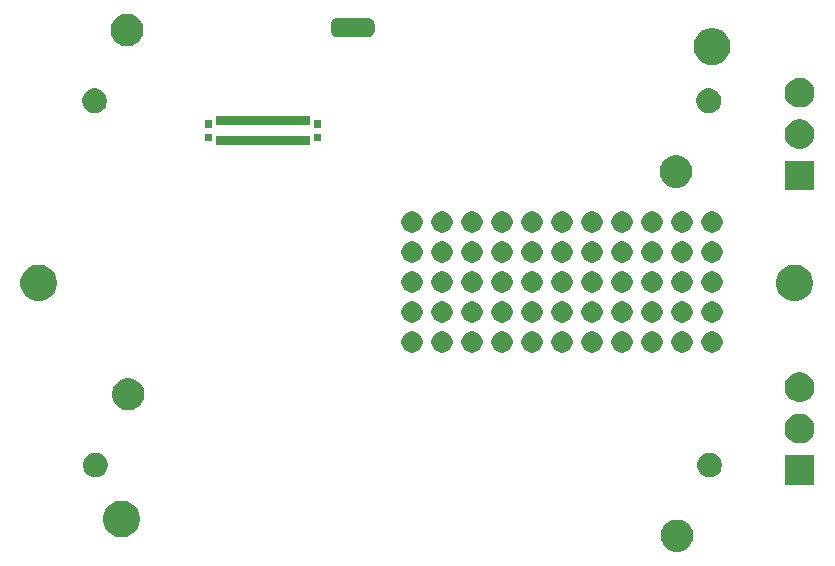
<source format=gbr>
G04 #@! TF.GenerationSoftware,KiCad,Pcbnew,5.1.5-52549c5~86~ubuntu18.04.1*
G04 #@! TF.CreationDate,2020-11-21T17:19:21-05:00*
G04 #@! TF.ProjectId,RAK4631_LORA_ADAPTABLE_NODE,52414b34-3633-4315-9f4c-4f52415f4144,rev?*
G04 #@! TF.SameCoordinates,Original*
G04 #@! TF.FileFunction,Soldermask,Bot*
G04 #@! TF.FilePolarity,Negative*
%FSLAX46Y46*%
G04 Gerber Fmt 4.6, Leading zero omitted, Abs format (unit mm)*
G04 Created by KiCad (PCBNEW 5.1.5-52549c5~86~ubuntu18.04.1) date 2020-11-21 17:19:21*
%MOMM*%
%LPD*%
G04 APERTURE LIST*
%ADD10C,0.100000*%
G04 APERTURE END LIST*
D10*
G36*
X159712724Y-144546497D02*
G01*
X159939906Y-144591686D01*
X160189412Y-144695035D01*
X160413962Y-144845075D01*
X160604925Y-145036038D01*
X160754965Y-145260588D01*
X160858314Y-145510094D01*
X160911000Y-145774968D01*
X160911000Y-146045032D01*
X160858314Y-146309906D01*
X160754965Y-146559412D01*
X160604925Y-146783962D01*
X160413962Y-146974925D01*
X160189412Y-147124965D01*
X159939906Y-147228314D01*
X159712724Y-147273503D01*
X159675033Y-147281000D01*
X159404967Y-147281000D01*
X159367276Y-147273503D01*
X159140094Y-147228314D01*
X158890588Y-147124965D01*
X158666038Y-146974925D01*
X158475075Y-146783962D01*
X158325035Y-146559412D01*
X158221686Y-146309906D01*
X158169000Y-146045032D01*
X158169000Y-145774968D01*
X158221686Y-145510094D01*
X158325035Y-145260588D01*
X158475075Y-145036038D01*
X158666038Y-144845075D01*
X158890588Y-144695035D01*
X159140094Y-144591686D01*
X159367276Y-144546497D01*
X159404967Y-144539000D01*
X159675033Y-144539000D01*
X159712724Y-144546497D01*
G37*
G36*
X112802585Y-142978802D02*
G01*
X112952410Y-143008604D01*
X113234674Y-143125521D01*
X113488705Y-143295259D01*
X113704741Y-143511295D01*
X113874479Y-143765326D01*
X113991396Y-144047590D01*
X114051000Y-144347240D01*
X114051000Y-144652760D01*
X113991396Y-144952410D01*
X113874479Y-145234674D01*
X113704741Y-145488705D01*
X113488705Y-145704741D01*
X113234674Y-145874479D01*
X112952410Y-145991396D01*
X112802585Y-146021198D01*
X112652761Y-146051000D01*
X112347239Y-146051000D01*
X112197415Y-146021198D01*
X112047590Y-145991396D01*
X111765326Y-145874479D01*
X111511295Y-145704741D01*
X111295259Y-145488705D01*
X111125521Y-145234674D01*
X111008604Y-144952410D01*
X110949000Y-144652760D01*
X110949000Y-144347240D01*
X111008604Y-144047590D01*
X111125521Y-143765326D01*
X111295259Y-143511295D01*
X111511295Y-143295259D01*
X111765326Y-143125521D01*
X112047590Y-143008604D01*
X112197415Y-142978802D01*
X112347239Y-142949000D01*
X112652761Y-142949000D01*
X112802585Y-142978802D01*
G37*
G36*
X171161000Y-141586000D02*
G01*
X168659000Y-141586000D01*
X168659000Y-139084000D01*
X171161000Y-139084000D01*
X171161000Y-141586000D01*
G37*
G36*
X162596564Y-138904389D02*
G01*
X162787833Y-138983615D01*
X162787835Y-138983616D01*
X162938070Y-139084000D01*
X162959973Y-139098635D01*
X163106365Y-139245027D01*
X163221385Y-139417167D01*
X163300611Y-139608436D01*
X163341000Y-139811484D01*
X163341000Y-140018516D01*
X163300611Y-140221564D01*
X163221385Y-140412833D01*
X163221384Y-140412835D01*
X163106365Y-140584973D01*
X162959973Y-140731365D01*
X162787835Y-140846384D01*
X162787834Y-140846385D01*
X162787833Y-140846385D01*
X162596564Y-140925611D01*
X162393516Y-140966000D01*
X162186484Y-140966000D01*
X161983436Y-140925611D01*
X161792167Y-140846385D01*
X161792166Y-140846385D01*
X161792165Y-140846384D01*
X161620027Y-140731365D01*
X161473635Y-140584973D01*
X161358616Y-140412835D01*
X161358615Y-140412833D01*
X161279389Y-140221564D01*
X161239000Y-140018516D01*
X161239000Y-139811484D01*
X161279389Y-139608436D01*
X161358615Y-139417167D01*
X161473635Y-139245027D01*
X161620027Y-139098635D01*
X161641930Y-139084000D01*
X161792165Y-138983616D01*
X161792167Y-138983615D01*
X161983436Y-138904389D01*
X162186484Y-138864000D01*
X162393516Y-138864000D01*
X162596564Y-138904389D01*
G37*
G36*
X110606564Y-138904389D02*
G01*
X110797833Y-138983615D01*
X110797835Y-138983616D01*
X110948070Y-139084000D01*
X110969973Y-139098635D01*
X111116365Y-139245027D01*
X111231385Y-139417167D01*
X111310611Y-139608436D01*
X111351000Y-139811484D01*
X111351000Y-140018516D01*
X111310611Y-140221564D01*
X111231385Y-140412833D01*
X111231384Y-140412835D01*
X111116365Y-140584973D01*
X110969973Y-140731365D01*
X110797835Y-140846384D01*
X110797834Y-140846385D01*
X110797833Y-140846385D01*
X110606564Y-140925611D01*
X110403516Y-140966000D01*
X110196484Y-140966000D01*
X109993436Y-140925611D01*
X109802167Y-140846385D01*
X109802166Y-140846385D01*
X109802165Y-140846384D01*
X109630027Y-140731365D01*
X109483635Y-140584973D01*
X109368616Y-140412835D01*
X109368615Y-140412833D01*
X109289389Y-140221564D01*
X109249000Y-140018516D01*
X109249000Y-139811484D01*
X109289389Y-139608436D01*
X109368615Y-139417167D01*
X109483635Y-139245027D01*
X109630027Y-139098635D01*
X109651930Y-139084000D01*
X109802165Y-138983616D01*
X109802167Y-138983615D01*
X109993436Y-138904389D01*
X110196484Y-138864000D01*
X110403516Y-138864000D01*
X110606564Y-138904389D01*
G37*
G36*
X170274903Y-135632075D02*
G01*
X170502571Y-135726378D01*
X170707466Y-135863285D01*
X170881715Y-136037534D01*
X171018622Y-136242429D01*
X171112925Y-136470097D01*
X171161000Y-136711787D01*
X171161000Y-136958213D01*
X171112925Y-137199903D01*
X171018622Y-137427571D01*
X170881715Y-137632466D01*
X170707466Y-137806715D01*
X170502571Y-137943622D01*
X170502570Y-137943623D01*
X170502569Y-137943623D01*
X170274903Y-138037925D01*
X170033214Y-138086000D01*
X169786786Y-138086000D01*
X169545097Y-138037925D01*
X169317431Y-137943623D01*
X169317430Y-137943623D01*
X169317429Y-137943622D01*
X169112534Y-137806715D01*
X168938285Y-137632466D01*
X168801378Y-137427571D01*
X168707075Y-137199903D01*
X168659000Y-136958213D01*
X168659000Y-136711787D01*
X168707075Y-136470097D01*
X168801378Y-136242429D01*
X168938285Y-136037534D01*
X169112534Y-135863285D01*
X169317429Y-135726378D01*
X169545097Y-135632075D01*
X169786786Y-135584000D01*
X170033214Y-135584000D01*
X170274903Y-135632075D01*
G37*
G36*
X113232724Y-132556497D02*
G01*
X113459906Y-132601686D01*
X113709412Y-132705035D01*
X113933962Y-132855075D01*
X114124925Y-133046038D01*
X114274965Y-133270588D01*
X114378314Y-133520094D01*
X114431000Y-133784968D01*
X114431000Y-134055032D01*
X114378314Y-134319906D01*
X114274965Y-134569412D01*
X114124925Y-134793962D01*
X113933962Y-134984925D01*
X113709412Y-135134965D01*
X113459906Y-135238314D01*
X113232724Y-135283503D01*
X113195033Y-135291000D01*
X112924967Y-135291000D01*
X112887276Y-135283503D01*
X112660094Y-135238314D01*
X112410588Y-135134965D01*
X112186038Y-134984925D01*
X111995075Y-134793962D01*
X111845035Y-134569412D01*
X111741686Y-134319906D01*
X111689000Y-134055032D01*
X111689000Y-133784968D01*
X111741686Y-133520094D01*
X111845035Y-133270588D01*
X111995075Y-133046038D01*
X112186038Y-132855075D01*
X112410588Y-132705035D01*
X112660094Y-132601686D01*
X112887276Y-132556497D01*
X112924967Y-132549000D01*
X113195033Y-132549000D01*
X113232724Y-132556497D01*
G37*
G36*
X170274903Y-132132075D02*
G01*
X170502571Y-132226378D01*
X170707466Y-132363285D01*
X170881715Y-132537534D01*
X170993636Y-132705035D01*
X171018623Y-132742431D01*
X171112925Y-132970097D01*
X171161000Y-133211787D01*
X171161000Y-133458213D01*
X171112925Y-133699903D01*
X171018622Y-133927571D01*
X170881715Y-134132466D01*
X170707466Y-134306715D01*
X170502571Y-134443622D01*
X170502570Y-134443623D01*
X170502569Y-134443623D01*
X170274903Y-134537925D01*
X170033214Y-134586000D01*
X169786786Y-134586000D01*
X169545097Y-134537925D01*
X169317431Y-134443623D01*
X169317430Y-134443623D01*
X169317429Y-134443622D01*
X169112534Y-134306715D01*
X168938285Y-134132466D01*
X168801378Y-133927571D01*
X168707075Y-133699903D01*
X168659000Y-133458213D01*
X168659000Y-133211787D01*
X168707075Y-132970097D01*
X168801377Y-132742431D01*
X168826364Y-132705035D01*
X168938285Y-132537534D01*
X169112534Y-132363285D01*
X169317429Y-132226378D01*
X169545097Y-132132075D01*
X169786786Y-132084000D01*
X170033214Y-132084000D01*
X170274903Y-132132075D01*
G37*
G36*
X162608512Y-128608927D02*
G01*
X162757812Y-128638624D01*
X162921784Y-128706544D01*
X163069354Y-128805147D01*
X163194853Y-128930646D01*
X163293456Y-129078216D01*
X163361376Y-129242188D01*
X163396000Y-129416259D01*
X163396000Y-129593741D01*
X163361376Y-129767812D01*
X163293456Y-129931784D01*
X163194853Y-130079354D01*
X163069354Y-130204853D01*
X162921784Y-130303456D01*
X162757812Y-130371376D01*
X162608512Y-130401073D01*
X162583742Y-130406000D01*
X162406258Y-130406000D01*
X162381488Y-130401073D01*
X162232188Y-130371376D01*
X162068216Y-130303456D01*
X161920646Y-130204853D01*
X161795147Y-130079354D01*
X161696544Y-129931784D01*
X161628624Y-129767812D01*
X161594000Y-129593741D01*
X161594000Y-129416259D01*
X161628624Y-129242188D01*
X161696544Y-129078216D01*
X161795147Y-128930646D01*
X161920646Y-128805147D01*
X162068216Y-128706544D01*
X162232188Y-128638624D01*
X162381488Y-128608927D01*
X162406258Y-128604000D01*
X162583742Y-128604000D01*
X162608512Y-128608927D01*
G37*
G36*
X160068512Y-128608927D02*
G01*
X160217812Y-128638624D01*
X160381784Y-128706544D01*
X160529354Y-128805147D01*
X160654853Y-128930646D01*
X160753456Y-129078216D01*
X160821376Y-129242188D01*
X160856000Y-129416259D01*
X160856000Y-129593741D01*
X160821376Y-129767812D01*
X160753456Y-129931784D01*
X160654853Y-130079354D01*
X160529354Y-130204853D01*
X160381784Y-130303456D01*
X160217812Y-130371376D01*
X160068512Y-130401073D01*
X160043742Y-130406000D01*
X159866258Y-130406000D01*
X159841488Y-130401073D01*
X159692188Y-130371376D01*
X159528216Y-130303456D01*
X159380646Y-130204853D01*
X159255147Y-130079354D01*
X159156544Y-129931784D01*
X159088624Y-129767812D01*
X159054000Y-129593741D01*
X159054000Y-129416259D01*
X159088624Y-129242188D01*
X159156544Y-129078216D01*
X159255147Y-128930646D01*
X159380646Y-128805147D01*
X159528216Y-128706544D01*
X159692188Y-128638624D01*
X159841488Y-128608927D01*
X159866258Y-128604000D01*
X160043742Y-128604000D01*
X160068512Y-128608927D01*
G37*
G36*
X147368512Y-128608927D02*
G01*
X147517812Y-128638624D01*
X147681784Y-128706544D01*
X147829354Y-128805147D01*
X147954853Y-128930646D01*
X148053456Y-129078216D01*
X148121376Y-129242188D01*
X148156000Y-129416259D01*
X148156000Y-129593741D01*
X148121376Y-129767812D01*
X148053456Y-129931784D01*
X147954853Y-130079354D01*
X147829354Y-130204853D01*
X147681784Y-130303456D01*
X147517812Y-130371376D01*
X147368512Y-130401073D01*
X147343742Y-130406000D01*
X147166258Y-130406000D01*
X147141488Y-130401073D01*
X146992188Y-130371376D01*
X146828216Y-130303456D01*
X146680646Y-130204853D01*
X146555147Y-130079354D01*
X146456544Y-129931784D01*
X146388624Y-129767812D01*
X146354000Y-129593741D01*
X146354000Y-129416259D01*
X146388624Y-129242188D01*
X146456544Y-129078216D01*
X146555147Y-128930646D01*
X146680646Y-128805147D01*
X146828216Y-128706544D01*
X146992188Y-128638624D01*
X147141488Y-128608927D01*
X147166258Y-128604000D01*
X147343742Y-128604000D01*
X147368512Y-128608927D01*
G37*
G36*
X157528512Y-128608927D02*
G01*
X157677812Y-128638624D01*
X157841784Y-128706544D01*
X157989354Y-128805147D01*
X158114853Y-128930646D01*
X158213456Y-129078216D01*
X158281376Y-129242188D01*
X158316000Y-129416259D01*
X158316000Y-129593741D01*
X158281376Y-129767812D01*
X158213456Y-129931784D01*
X158114853Y-130079354D01*
X157989354Y-130204853D01*
X157841784Y-130303456D01*
X157677812Y-130371376D01*
X157528512Y-130401073D01*
X157503742Y-130406000D01*
X157326258Y-130406000D01*
X157301488Y-130401073D01*
X157152188Y-130371376D01*
X156988216Y-130303456D01*
X156840646Y-130204853D01*
X156715147Y-130079354D01*
X156616544Y-129931784D01*
X156548624Y-129767812D01*
X156514000Y-129593741D01*
X156514000Y-129416259D01*
X156548624Y-129242188D01*
X156616544Y-129078216D01*
X156715147Y-128930646D01*
X156840646Y-128805147D01*
X156988216Y-128706544D01*
X157152188Y-128638624D01*
X157301488Y-128608927D01*
X157326258Y-128604000D01*
X157503742Y-128604000D01*
X157528512Y-128608927D01*
G37*
G36*
X154988512Y-128608927D02*
G01*
X155137812Y-128638624D01*
X155301784Y-128706544D01*
X155449354Y-128805147D01*
X155574853Y-128930646D01*
X155673456Y-129078216D01*
X155741376Y-129242188D01*
X155776000Y-129416259D01*
X155776000Y-129593741D01*
X155741376Y-129767812D01*
X155673456Y-129931784D01*
X155574853Y-130079354D01*
X155449354Y-130204853D01*
X155301784Y-130303456D01*
X155137812Y-130371376D01*
X154988512Y-130401073D01*
X154963742Y-130406000D01*
X154786258Y-130406000D01*
X154761488Y-130401073D01*
X154612188Y-130371376D01*
X154448216Y-130303456D01*
X154300646Y-130204853D01*
X154175147Y-130079354D01*
X154076544Y-129931784D01*
X154008624Y-129767812D01*
X153974000Y-129593741D01*
X153974000Y-129416259D01*
X154008624Y-129242188D01*
X154076544Y-129078216D01*
X154175147Y-128930646D01*
X154300646Y-128805147D01*
X154448216Y-128706544D01*
X154612188Y-128638624D01*
X154761488Y-128608927D01*
X154786258Y-128604000D01*
X154963742Y-128604000D01*
X154988512Y-128608927D01*
G37*
G36*
X142288512Y-128608927D02*
G01*
X142437812Y-128638624D01*
X142601784Y-128706544D01*
X142749354Y-128805147D01*
X142874853Y-128930646D01*
X142973456Y-129078216D01*
X143041376Y-129242188D01*
X143076000Y-129416259D01*
X143076000Y-129593741D01*
X143041376Y-129767812D01*
X142973456Y-129931784D01*
X142874853Y-130079354D01*
X142749354Y-130204853D01*
X142601784Y-130303456D01*
X142437812Y-130371376D01*
X142288512Y-130401073D01*
X142263742Y-130406000D01*
X142086258Y-130406000D01*
X142061488Y-130401073D01*
X141912188Y-130371376D01*
X141748216Y-130303456D01*
X141600646Y-130204853D01*
X141475147Y-130079354D01*
X141376544Y-129931784D01*
X141308624Y-129767812D01*
X141274000Y-129593741D01*
X141274000Y-129416259D01*
X141308624Y-129242188D01*
X141376544Y-129078216D01*
X141475147Y-128930646D01*
X141600646Y-128805147D01*
X141748216Y-128706544D01*
X141912188Y-128638624D01*
X142061488Y-128608927D01*
X142086258Y-128604000D01*
X142263742Y-128604000D01*
X142288512Y-128608927D01*
G37*
G36*
X139748512Y-128608927D02*
G01*
X139897812Y-128638624D01*
X140061784Y-128706544D01*
X140209354Y-128805147D01*
X140334853Y-128930646D01*
X140433456Y-129078216D01*
X140501376Y-129242188D01*
X140536000Y-129416259D01*
X140536000Y-129593741D01*
X140501376Y-129767812D01*
X140433456Y-129931784D01*
X140334853Y-130079354D01*
X140209354Y-130204853D01*
X140061784Y-130303456D01*
X139897812Y-130371376D01*
X139748512Y-130401073D01*
X139723742Y-130406000D01*
X139546258Y-130406000D01*
X139521488Y-130401073D01*
X139372188Y-130371376D01*
X139208216Y-130303456D01*
X139060646Y-130204853D01*
X138935147Y-130079354D01*
X138836544Y-129931784D01*
X138768624Y-129767812D01*
X138734000Y-129593741D01*
X138734000Y-129416259D01*
X138768624Y-129242188D01*
X138836544Y-129078216D01*
X138935147Y-128930646D01*
X139060646Y-128805147D01*
X139208216Y-128706544D01*
X139372188Y-128638624D01*
X139521488Y-128608927D01*
X139546258Y-128604000D01*
X139723742Y-128604000D01*
X139748512Y-128608927D01*
G37*
G36*
X137208512Y-128608927D02*
G01*
X137357812Y-128638624D01*
X137521784Y-128706544D01*
X137669354Y-128805147D01*
X137794853Y-128930646D01*
X137893456Y-129078216D01*
X137961376Y-129242188D01*
X137996000Y-129416259D01*
X137996000Y-129593741D01*
X137961376Y-129767812D01*
X137893456Y-129931784D01*
X137794853Y-130079354D01*
X137669354Y-130204853D01*
X137521784Y-130303456D01*
X137357812Y-130371376D01*
X137208512Y-130401073D01*
X137183742Y-130406000D01*
X137006258Y-130406000D01*
X136981488Y-130401073D01*
X136832188Y-130371376D01*
X136668216Y-130303456D01*
X136520646Y-130204853D01*
X136395147Y-130079354D01*
X136296544Y-129931784D01*
X136228624Y-129767812D01*
X136194000Y-129593741D01*
X136194000Y-129416259D01*
X136228624Y-129242188D01*
X136296544Y-129078216D01*
X136395147Y-128930646D01*
X136520646Y-128805147D01*
X136668216Y-128706544D01*
X136832188Y-128638624D01*
X136981488Y-128608927D01*
X137006258Y-128604000D01*
X137183742Y-128604000D01*
X137208512Y-128608927D01*
G37*
G36*
X152448512Y-128608927D02*
G01*
X152597812Y-128638624D01*
X152761784Y-128706544D01*
X152909354Y-128805147D01*
X153034853Y-128930646D01*
X153133456Y-129078216D01*
X153201376Y-129242188D01*
X153236000Y-129416259D01*
X153236000Y-129593741D01*
X153201376Y-129767812D01*
X153133456Y-129931784D01*
X153034853Y-130079354D01*
X152909354Y-130204853D01*
X152761784Y-130303456D01*
X152597812Y-130371376D01*
X152448512Y-130401073D01*
X152423742Y-130406000D01*
X152246258Y-130406000D01*
X152221488Y-130401073D01*
X152072188Y-130371376D01*
X151908216Y-130303456D01*
X151760646Y-130204853D01*
X151635147Y-130079354D01*
X151536544Y-129931784D01*
X151468624Y-129767812D01*
X151434000Y-129593741D01*
X151434000Y-129416259D01*
X151468624Y-129242188D01*
X151536544Y-129078216D01*
X151635147Y-128930646D01*
X151760646Y-128805147D01*
X151908216Y-128706544D01*
X152072188Y-128638624D01*
X152221488Y-128608927D01*
X152246258Y-128604000D01*
X152423742Y-128604000D01*
X152448512Y-128608927D01*
G37*
G36*
X149908512Y-128608927D02*
G01*
X150057812Y-128638624D01*
X150221784Y-128706544D01*
X150369354Y-128805147D01*
X150494853Y-128930646D01*
X150593456Y-129078216D01*
X150661376Y-129242188D01*
X150696000Y-129416259D01*
X150696000Y-129593741D01*
X150661376Y-129767812D01*
X150593456Y-129931784D01*
X150494853Y-130079354D01*
X150369354Y-130204853D01*
X150221784Y-130303456D01*
X150057812Y-130371376D01*
X149908512Y-130401073D01*
X149883742Y-130406000D01*
X149706258Y-130406000D01*
X149681488Y-130401073D01*
X149532188Y-130371376D01*
X149368216Y-130303456D01*
X149220646Y-130204853D01*
X149095147Y-130079354D01*
X148996544Y-129931784D01*
X148928624Y-129767812D01*
X148894000Y-129593741D01*
X148894000Y-129416259D01*
X148928624Y-129242188D01*
X148996544Y-129078216D01*
X149095147Y-128930646D01*
X149220646Y-128805147D01*
X149368216Y-128706544D01*
X149532188Y-128638624D01*
X149681488Y-128608927D01*
X149706258Y-128604000D01*
X149883742Y-128604000D01*
X149908512Y-128608927D01*
G37*
G36*
X144828512Y-128608927D02*
G01*
X144977812Y-128638624D01*
X145141784Y-128706544D01*
X145289354Y-128805147D01*
X145414853Y-128930646D01*
X145513456Y-129078216D01*
X145581376Y-129242188D01*
X145616000Y-129416259D01*
X145616000Y-129593741D01*
X145581376Y-129767812D01*
X145513456Y-129931784D01*
X145414853Y-130079354D01*
X145289354Y-130204853D01*
X145141784Y-130303456D01*
X144977812Y-130371376D01*
X144828512Y-130401073D01*
X144803742Y-130406000D01*
X144626258Y-130406000D01*
X144601488Y-130401073D01*
X144452188Y-130371376D01*
X144288216Y-130303456D01*
X144140646Y-130204853D01*
X144015147Y-130079354D01*
X143916544Y-129931784D01*
X143848624Y-129767812D01*
X143814000Y-129593741D01*
X143814000Y-129416259D01*
X143848624Y-129242188D01*
X143916544Y-129078216D01*
X144015147Y-128930646D01*
X144140646Y-128805147D01*
X144288216Y-128706544D01*
X144452188Y-128638624D01*
X144601488Y-128608927D01*
X144626258Y-128604000D01*
X144803742Y-128604000D01*
X144828512Y-128608927D01*
G37*
G36*
X147368512Y-126068927D02*
G01*
X147517812Y-126098624D01*
X147681784Y-126166544D01*
X147829354Y-126265147D01*
X147954853Y-126390646D01*
X148053456Y-126538216D01*
X148121376Y-126702188D01*
X148156000Y-126876259D01*
X148156000Y-127053741D01*
X148121376Y-127227812D01*
X148053456Y-127391784D01*
X147954853Y-127539354D01*
X147829354Y-127664853D01*
X147681784Y-127763456D01*
X147517812Y-127831376D01*
X147368512Y-127861073D01*
X147343742Y-127866000D01*
X147166258Y-127866000D01*
X147141488Y-127861073D01*
X146992188Y-127831376D01*
X146828216Y-127763456D01*
X146680646Y-127664853D01*
X146555147Y-127539354D01*
X146456544Y-127391784D01*
X146388624Y-127227812D01*
X146354000Y-127053741D01*
X146354000Y-126876259D01*
X146388624Y-126702188D01*
X146456544Y-126538216D01*
X146555147Y-126390646D01*
X146680646Y-126265147D01*
X146828216Y-126166544D01*
X146992188Y-126098624D01*
X147141488Y-126068927D01*
X147166258Y-126064000D01*
X147343742Y-126064000D01*
X147368512Y-126068927D01*
G37*
G36*
X162608512Y-126068927D02*
G01*
X162757812Y-126098624D01*
X162921784Y-126166544D01*
X163069354Y-126265147D01*
X163194853Y-126390646D01*
X163293456Y-126538216D01*
X163361376Y-126702188D01*
X163396000Y-126876259D01*
X163396000Y-127053741D01*
X163361376Y-127227812D01*
X163293456Y-127391784D01*
X163194853Y-127539354D01*
X163069354Y-127664853D01*
X162921784Y-127763456D01*
X162757812Y-127831376D01*
X162608512Y-127861073D01*
X162583742Y-127866000D01*
X162406258Y-127866000D01*
X162381488Y-127861073D01*
X162232188Y-127831376D01*
X162068216Y-127763456D01*
X161920646Y-127664853D01*
X161795147Y-127539354D01*
X161696544Y-127391784D01*
X161628624Y-127227812D01*
X161594000Y-127053741D01*
X161594000Y-126876259D01*
X161628624Y-126702188D01*
X161696544Y-126538216D01*
X161795147Y-126390646D01*
X161920646Y-126265147D01*
X162068216Y-126166544D01*
X162232188Y-126098624D01*
X162381488Y-126068927D01*
X162406258Y-126064000D01*
X162583742Y-126064000D01*
X162608512Y-126068927D01*
G37*
G36*
X137208512Y-126068927D02*
G01*
X137357812Y-126098624D01*
X137521784Y-126166544D01*
X137669354Y-126265147D01*
X137794853Y-126390646D01*
X137893456Y-126538216D01*
X137961376Y-126702188D01*
X137996000Y-126876259D01*
X137996000Y-127053741D01*
X137961376Y-127227812D01*
X137893456Y-127391784D01*
X137794853Y-127539354D01*
X137669354Y-127664853D01*
X137521784Y-127763456D01*
X137357812Y-127831376D01*
X137208512Y-127861073D01*
X137183742Y-127866000D01*
X137006258Y-127866000D01*
X136981488Y-127861073D01*
X136832188Y-127831376D01*
X136668216Y-127763456D01*
X136520646Y-127664853D01*
X136395147Y-127539354D01*
X136296544Y-127391784D01*
X136228624Y-127227812D01*
X136194000Y-127053741D01*
X136194000Y-126876259D01*
X136228624Y-126702188D01*
X136296544Y-126538216D01*
X136395147Y-126390646D01*
X136520646Y-126265147D01*
X136668216Y-126166544D01*
X136832188Y-126098624D01*
X136981488Y-126068927D01*
X137006258Y-126064000D01*
X137183742Y-126064000D01*
X137208512Y-126068927D01*
G37*
G36*
X142288512Y-126068927D02*
G01*
X142437812Y-126098624D01*
X142601784Y-126166544D01*
X142749354Y-126265147D01*
X142874853Y-126390646D01*
X142973456Y-126538216D01*
X143041376Y-126702188D01*
X143076000Y-126876259D01*
X143076000Y-127053741D01*
X143041376Y-127227812D01*
X142973456Y-127391784D01*
X142874853Y-127539354D01*
X142749354Y-127664853D01*
X142601784Y-127763456D01*
X142437812Y-127831376D01*
X142288512Y-127861073D01*
X142263742Y-127866000D01*
X142086258Y-127866000D01*
X142061488Y-127861073D01*
X141912188Y-127831376D01*
X141748216Y-127763456D01*
X141600646Y-127664853D01*
X141475147Y-127539354D01*
X141376544Y-127391784D01*
X141308624Y-127227812D01*
X141274000Y-127053741D01*
X141274000Y-126876259D01*
X141308624Y-126702188D01*
X141376544Y-126538216D01*
X141475147Y-126390646D01*
X141600646Y-126265147D01*
X141748216Y-126166544D01*
X141912188Y-126098624D01*
X142061488Y-126068927D01*
X142086258Y-126064000D01*
X142263742Y-126064000D01*
X142288512Y-126068927D01*
G37*
G36*
X144828512Y-126068927D02*
G01*
X144977812Y-126098624D01*
X145141784Y-126166544D01*
X145289354Y-126265147D01*
X145414853Y-126390646D01*
X145513456Y-126538216D01*
X145581376Y-126702188D01*
X145616000Y-126876259D01*
X145616000Y-127053741D01*
X145581376Y-127227812D01*
X145513456Y-127391784D01*
X145414853Y-127539354D01*
X145289354Y-127664853D01*
X145141784Y-127763456D01*
X144977812Y-127831376D01*
X144828512Y-127861073D01*
X144803742Y-127866000D01*
X144626258Y-127866000D01*
X144601488Y-127861073D01*
X144452188Y-127831376D01*
X144288216Y-127763456D01*
X144140646Y-127664853D01*
X144015147Y-127539354D01*
X143916544Y-127391784D01*
X143848624Y-127227812D01*
X143814000Y-127053741D01*
X143814000Y-126876259D01*
X143848624Y-126702188D01*
X143916544Y-126538216D01*
X144015147Y-126390646D01*
X144140646Y-126265147D01*
X144288216Y-126166544D01*
X144452188Y-126098624D01*
X144601488Y-126068927D01*
X144626258Y-126064000D01*
X144803742Y-126064000D01*
X144828512Y-126068927D01*
G37*
G36*
X149908512Y-126068927D02*
G01*
X150057812Y-126098624D01*
X150221784Y-126166544D01*
X150369354Y-126265147D01*
X150494853Y-126390646D01*
X150593456Y-126538216D01*
X150661376Y-126702188D01*
X150696000Y-126876259D01*
X150696000Y-127053741D01*
X150661376Y-127227812D01*
X150593456Y-127391784D01*
X150494853Y-127539354D01*
X150369354Y-127664853D01*
X150221784Y-127763456D01*
X150057812Y-127831376D01*
X149908512Y-127861073D01*
X149883742Y-127866000D01*
X149706258Y-127866000D01*
X149681488Y-127861073D01*
X149532188Y-127831376D01*
X149368216Y-127763456D01*
X149220646Y-127664853D01*
X149095147Y-127539354D01*
X148996544Y-127391784D01*
X148928624Y-127227812D01*
X148894000Y-127053741D01*
X148894000Y-126876259D01*
X148928624Y-126702188D01*
X148996544Y-126538216D01*
X149095147Y-126390646D01*
X149220646Y-126265147D01*
X149368216Y-126166544D01*
X149532188Y-126098624D01*
X149681488Y-126068927D01*
X149706258Y-126064000D01*
X149883742Y-126064000D01*
X149908512Y-126068927D01*
G37*
G36*
X152448512Y-126068927D02*
G01*
X152597812Y-126098624D01*
X152761784Y-126166544D01*
X152909354Y-126265147D01*
X153034853Y-126390646D01*
X153133456Y-126538216D01*
X153201376Y-126702188D01*
X153236000Y-126876259D01*
X153236000Y-127053741D01*
X153201376Y-127227812D01*
X153133456Y-127391784D01*
X153034853Y-127539354D01*
X152909354Y-127664853D01*
X152761784Y-127763456D01*
X152597812Y-127831376D01*
X152448512Y-127861073D01*
X152423742Y-127866000D01*
X152246258Y-127866000D01*
X152221488Y-127861073D01*
X152072188Y-127831376D01*
X151908216Y-127763456D01*
X151760646Y-127664853D01*
X151635147Y-127539354D01*
X151536544Y-127391784D01*
X151468624Y-127227812D01*
X151434000Y-127053741D01*
X151434000Y-126876259D01*
X151468624Y-126702188D01*
X151536544Y-126538216D01*
X151635147Y-126390646D01*
X151760646Y-126265147D01*
X151908216Y-126166544D01*
X152072188Y-126098624D01*
X152221488Y-126068927D01*
X152246258Y-126064000D01*
X152423742Y-126064000D01*
X152448512Y-126068927D01*
G37*
G36*
X154988512Y-126068927D02*
G01*
X155137812Y-126098624D01*
X155301784Y-126166544D01*
X155449354Y-126265147D01*
X155574853Y-126390646D01*
X155673456Y-126538216D01*
X155741376Y-126702188D01*
X155776000Y-126876259D01*
X155776000Y-127053741D01*
X155741376Y-127227812D01*
X155673456Y-127391784D01*
X155574853Y-127539354D01*
X155449354Y-127664853D01*
X155301784Y-127763456D01*
X155137812Y-127831376D01*
X154988512Y-127861073D01*
X154963742Y-127866000D01*
X154786258Y-127866000D01*
X154761488Y-127861073D01*
X154612188Y-127831376D01*
X154448216Y-127763456D01*
X154300646Y-127664853D01*
X154175147Y-127539354D01*
X154076544Y-127391784D01*
X154008624Y-127227812D01*
X153974000Y-127053741D01*
X153974000Y-126876259D01*
X154008624Y-126702188D01*
X154076544Y-126538216D01*
X154175147Y-126390646D01*
X154300646Y-126265147D01*
X154448216Y-126166544D01*
X154612188Y-126098624D01*
X154761488Y-126068927D01*
X154786258Y-126064000D01*
X154963742Y-126064000D01*
X154988512Y-126068927D01*
G37*
G36*
X157528512Y-126068927D02*
G01*
X157677812Y-126098624D01*
X157841784Y-126166544D01*
X157989354Y-126265147D01*
X158114853Y-126390646D01*
X158213456Y-126538216D01*
X158281376Y-126702188D01*
X158316000Y-126876259D01*
X158316000Y-127053741D01*
X158281376Y-127227812D01*
X158213456Y-127391784D01*
X158114853Y-127539354D01*
X157989354Y-127664853D01*
X157841784Y-127763456D01*
X157677812Y-127831376D01*
X157528512Y-127861073D01*
X157503742Y-127866000D01*
X157326258Y-127866000D01*
X157301488Y-127861073D01*
X157152188Y-127831376D01*
X156988216Y-127763456D01*
X156840646Y-127664853D01*
X156715147Y-127539354D01*
X156616544Y-127391784D01*
X156548624Y-127227812D01*
X156514000Y-127053741D01*
X156514000Y-126876259D01*
X156548624Y-126702188D01*
X156616544Y-126538216D01*
X156715147Y-126390646D01*
X156840646Y-126265147D01*
X156988216Y-126166544D01*
X157152188Y-126098624D01*
X157301488Y-126068927D01*
X157326258Y-126064000D01*
X157503742Y-126064000D01*
X157528512Y-126068927D01*
G37*
G36*
X139748512Y-126068927D02*
G01*
X139897812Y-126098624D01*
X140061784Y-126166544D01*
X140209354Y-126265147D01*
X140334853Y-126390646D01*
X140433456Y-126538216D01*
X140501376Y-126702188D01*
X140536000Y-126876259D01*
X140536000Y-127053741D01*
X140501376Y-127227812D01*
X140433456Y-127391784D01*
X140334853Y-127539354D01*
X140209354Y-127664853D01*
X140061784Y-127763456D01*
X139897812Y-127831376D01*
X139748512Y-127861073D01*
X139723742Y-127866000D01*
X139546258Y-127866000D01*
X139521488Y-127861073D01*
X139372188Y-127831376D01*
X139208216Y-127763456D01*
X139060646Y-127664853D01*
X138935147Y-127539354D01*
X138836544Y-127391784D01*
X138768624Y-127227812D01*
X138734000Y-127053741D01*
X138734000Y-126876259D01*
X138768624Y-126702188D01*
X138836544Y-126538216D01*
X138935147Y-126390646D01*
X139060646Y-126265147D01*
X139208216Y-126166544D01*
X139372188Y-126098624D01*
X139521488Y-126068927D01*
X139546258Y-126064000D01*
X139723742Y-126064000D01*
X139748512Y-126068927D01*
G37*
G36*
X160068512Y-126068927D02*
G01*
X160217812Y-126098624D01*
X160381784Y-126166544D01*
X160529354Y-126265147D01*
X160654853Y-126390646D01*
X160753456Y-126538216D01*
X160821376Y-126702188D01*
X160856000Y-126876259D01*
X160856000Y-127053741D01*
X160821376Y-127227812D01*
X160753456Y-127391784D01*
X160654853Y-127539354D01*
X160529354Y-127664853D01*
X160381784Y-127763456D01*
X160217812Y-127831376D01*
X160068512Y-127861073D01*
X160043742Y-127866000D01*
X159866258Y-127866000D01*
X159841488Y-127861073D01*
X159692188Y-127831376D01*
X159528216Y-127763456D01*
X159380646Y-127664853D01*
X159255147Y-127539354D01*
X159156544Y-127391784D01*
X159088624Y-127227812D01*
X159054000Y-127053741D01*
X159054000Y-126876259D01*
X159088624Y-126702188D01*
X159156544Y-126538216D01*
X159255147Y-126390646D01*
X159380646Y-126265147D01*
X159528216Y-126166544D01*
X159692188Y-126098624D01*
X159841488Y-126068927D01*
X159866258Y-126064000D01*
X160043742Y-126064000D01*
X160068512Y-126068927D01*
G37*
G36*
X169802585Y-122978802D02*
G01*
X169952410Y-123008604D01*
X170234674Y-123125521D01*
X170488705Y-123295259D01*
X170704741Y-123511295D01*
X170874479Y-123765326D01*
X170991396Y-124047590D01*
X171051000Y-124347240D01*
X171051000Y-124652760D01*
X170991396Y-124952410D01*
X170874479Y-125234674D01*
X170704741Y-125488705D01*
X170488705Y-125704741D01*
X170234674Y-125874479D01*
X169952410Y-125991396D01*
X169802585Y-126021198D01*
X169652761Y-126051000D01*
X169347239Y-126051000D01*
X169197415Y-126021198D01*
X169047590Y-125991396D01*
X168765326Y-125874479D01*
X168511295Y-125704741D01*
X168295259Y-125488705D01*
X168125521Y-125234674D01*
X168008604Y-124952410D01*
X167949000Y-124652760D01*
X167949000Y-124347240D01*
X168008604Y-124047590D01*
X168125521Y-123765326D01*
X168295259Y-123511295D01*
X168511295Y-123295259D01*
X168765326Y-123125521D01*
X169047590Y-123008604D01*
X169197415Y-122978802D01*
X169347239Y-122949000D01*
X169652761Y-122949000D01*
X169802585Y-122978802D01*
G37*
G36*
X105802585Y-122978802D02*
G01*
X105952410Y-123008604D01*
X106234674Y-123125521D01*
X106488705Y-123295259D01*
X106704741Y-123511295D01*
X106874479Y-123765326D01*
X106991396Y-124047590D01*
X107051000Y-124347240D01*
X107051000Y-124652760D01*
X106991396Y-124952410D01*
X106874479Y-125234674D01*
X106704741Y-125488705D01*
X106488705Y-125704741D01*
X106234674Y-125874479D01*
X105952410Y-125991396D01*
X105802585Y-126021198D01*
X105652761Y-126051000D01*
X105347239Y-126051000D01*
X105197415Y-126021198D01*
X105047590Y-125991396D01*
X104765326Y-125874479D01*
X104511295Y-125704741D01*
X104295259Y-125488705D01*
X104125521Y-125234674D01*
X104008604Y-124952410D01*
X103949000Y-124652760D01*
X103949000Y-124347240D01*
X104008604Y-124047590D01*
X104125521Y-123765326D01*
X104295259Y-123511295D01*
X104511295Y-123295259D01*
X104765326Y-123125521D01*
X105047590Y-123008604D01*
X105197415Y-122978802D01*
X105347239Y-122949000D01*
X105652761Y-122949000D01*
X105802585Y-122978802D01*
G37*
G36*
X162608512Y-123528927D02*
G01*
X162757812Y-123558624D01*
X162921784Y-123626544D01*
X163069354Y-123725147D01*
X163194853Y-123850646D01*
X163293456Y-123998216D01*
X163361376Y-124162188D01*
X163396000Y-124336259D01*
X163396000Y-124513741D01*
X163361376Y-124687812D01*
X163293456Y-124851784D01*
X163194853Y-124999354D01*
X163069354Y-125124853D01*
X162921784Y-125223456D01*
X162757812Y-125291376D01*
X162608512Y-125321073D01*
X162583742Y-125326000D01*
X162406258Y-125326000D01*
X162381488Y-125321073D01*
X162232188Y-125291376D01*
X162068216Y-125223456D01*
X161920646Y-125124853D01*
X161795147Y-124999354D01*
X161696544Y-124851784D01*
X161628624Y-124687812D01*
X161594000Y-124513741D01*
X161594000Y-124336259D01*
X161628624Y-124162188D01*
X161696544Y-123998216D01*
X161795147Y-123850646D01*
X161920646Y-123725147D01*
X162068216Y-123626544D01*
X162232188Y-123558624D01*
X162381488Y-123528927D01*
X162406258Y-123524000D01*
X162583742Y-123524000D01*
X162608512Y-123528927D01*
G37*
G36*
X137208512Y-123528927D02*
G01*
X137357812Y-123558624D01*
X137521784Y-123626544D01*
X137669354Y-123725147D01*
X137794853Y-123850646D01*
X137893456Y-123998216D01*
X137961376Y-124162188D01*
X137996000Y-124336259D01*
X137996000Y-124513741D01*
X137961376Y-124687812D01*
X137893456Y-124851784D01*
X137794853Y-124999354D01*
X137669354Y-125124853D01*
X137521784Y-125223456D01*
X137357812Y-125291376D01*
X137208512Y-125321073D01*
X137183742Y-125326000D01*
X137006258Y-125326000D01*
X136981488Y-125321073D01*
X136832188Y-125291376D01*
X136668216Y-125223456D01*
X136520646Y-125124853D01*
X136395147Y-124999354D01*
X136296544Y-124851784D01*
X136228624Y-124687812D01*
X136194000Y-124513741D01*
X136194000Y-124336259D01*
X136228624Y-124162188D01*
X136296544Y-123998216D01*
X136395147Y-123850646D01*
X136520646Y-123725147D01*
X136668216Y-123626544D01*
X136832188Y-123558624D01*
X136981488Y-123528927D01*
X137006258Y-123524000D01*
X137183742Y-123524000D01*
X137208512Y-123528927D01*
G37*
G36*
X160068512Y-123528927D02*
G01*
X160217812Y-123558624D01*
X160381784Y-123626544D01*
X160529354Y-123725147D01*
X160654853Y-123850646D01*
X160753456Y-123998216D01*
X160821376Y-124162188D01*
X160856000Y-124336259D01*
X160856000Y-124513741D01*
X160821376Y-124687812D01*
X160753456Y-124851784D01*
X160654853Y-124999354D01*
X160529354Y-125124853D01*
X160381784Y-125223456D01*
X160217812Y-125291376D01*
X160068512Y-125321073D01*
X160043742Y-125326000D01*
X159866258Y-125326000D01*
X159841488Y-125321073D01*
X159692188Y-125291376D01*
X159528216Y-125223456D01*
X159380646Y-125124853D01*
X159255147Y-124999354D01*
X159156544Y-124851784D01*
X159088624Y-124687812D01*
X159054000Y-124513741D01*
X159054000Y-124336259D01*
X159088624Y-124162188D01*
X159156544Y-123998216D01*
X159255147Y-123850646D01*
X159380646Y-123725147D01*
X159528216Y-123626544D01*
X159692188Y-123558624D01*
X159841488Y-123528927D01*
X159866258Y-123524000D01*
X160043742Y-123524000D01*
X160068512Y-123528927D01*
G37*
G36*
X157528512Y-123528927D02*
G01*
X157677812Y-123558624D01*
X157841784Y-123626544D01*
X157989354Y-123725147D01*
X158114853Y-123850646D01*
X158213456Y-123998216D01*
X158281376Y-124162188D01*
X158316000Y-124336259D01*
X158316000Y-124513741D01*
X158281376Y-124687812D01*
X158213456Y-124851784D01*
X158114853Y-124999354D01*
X157989354Y-125124853D01*
X157841784Y-125223456D01*
X157677812Y-125291376D01*
X157528512Y-125321073D01*
X157503742Y-125326000D01*
X157326258Y-125326000D01*
X157301488Y-125321073D01*
X157152188Y-125291376D01*
X156988216Y-125223456D01*
X156840646Y-125124853D01*
X156715147Y-124999354D01*
X156616544Y-124851784D01*
X156548624Y-124687812D01*
X156514000Y-124513741D01*
X156514000Y-124336259D01*
X156548624Y-124162188D01*
X156616544Y-123998216D01*
X156715147Y-123850646D01*
X156840646Y-123725147D01*
X156988216Y-123626544D01*
X157152188Y-123558624D01*
X157301488Y-123528927D01*
X157326258Y-123524000D01*
X157503742Y-123524000D01*
X157528512Y-123528927D01*
G37*
G36*
X154988512Y-123528927D02*
G01*
X155137812Y-123558624D01*
X155301784Y-123626544D01*
X155449354Y-123725147D01*
X155574853Y-123850646D01*
X155673456Y-123998216D01*
X155741376Y-124162188D01*
X155776000Y-124336259D01*
X155776000Y-124513741D01*
X155741376Y-124687812D01*
X155673456Y-124851784D01*
X155574853Y-124999354D01*
X155449354Y-125124853D01*
X155301784Y-125223456D01*
X155137812Y-125291376D01*
X154988512Y-125321073D01*
X154963742Y-125326000D01*
X154786258Y-125326000D01*
X154761488Y-125321073D01*
X154612188Y-125291376D01*
X154448216Y-125223456D01*
X154300646Y-125124853D01*
X154175147Y-124999354D01*
X154076544Y-124851784D01*
X154008624Y-124687812D01*
X153974000Y-124513741D01*
X153974000Y-124336259D01*
X154008624Y-124162188D01*
X154076544Y-123998216D01*
X154175147Y-123850646D01*
X154300646Y-123725147D01*
X154448216Y-123626544D01*
X154612188Y-123558624D01*
X154761488Y-123528927D01*
X154786258Y-123524000D01*
X154963742Y-123524000D01*
X154988512Y-123528927D01*
G37*
G36*
X149908512Y-123528927D02*
G01*
X150057812Y-123558624D01*
X150221784Y-123626544D01*
X150369354Y-123725147D01*
X150494853Y-123850646D01*
X150593456Y-123998216D01*
X150661376Y-124162188D01*
X150696000Y-124336259D01*
X150696000Y-124513741D01*
X150661376Y-124687812D01*
X150593456Y-124851784D01*
X150494853Y-124999354D01*
X150369354Y-125124853D01*
X150221784Y-125223456D01*
X150057812Y-125291376D01*
X149908512Y-125321073D01*
X149883742Y-125326000D01*
X149706258Y-125326000D01*
X149681488Y-125321073D01*
X149532188Y-125291376D01*
X149368216Y-125223456D01*
X149220646Y-125124853D01*
X149095147Y-124999354D01*
X148996544Y-124851784D01*
X148928624Y-124687812D01*
X148894000Y-124513741D01*
X148894000Y-124336259D01*
X148928624Y-124162188D01*
X148996544Y-123998216D01*
X149095147Y-123850646D01*
X149220646Y-123725147D01*
X149368216Y-123626544D01*
X149532188Y-123558624D01*
X149681488Y-123528927D01*
X149706258Y-123524000D01*
X149883742Y-123524000D01*
X149908512Y-123528927D01*
G37*
G36*
X152448512Y-123528927D02*
G01*
X152597812Y-123558624D01*
X152761784Y-123626544D01*
X152909354Y-123725147D01*
X153034853Y-123850646D01*
X153133456Y-123998216D01*
X153201376Y-124162188D01*
X153236000Y-124336259D01*
X153236000Y-124513741D01*
X153201376Y-124687812D01*
X153133456Y-124851784D01*
X153034853Y-124999354D01*
X152909354Y-125124853D01*
X152761784Y-125223456D01*
X152597812Y-125291376D01*
X152448512Y-125321073D01*
X152423742Y-125326000D01*
X152246258Y-125326000D01*
X152221488Y-125321073D01*
X152072188Y-125291376D01*
X151908216Y-125223456D01*
X151760646Y-125124853D01*
X151635147Y-124999354D01*
X151536544Y-124851784D01*
X151468624Y-124687812D01*
X151434000Y-124513741D01*
X151434000Y-124336259D01*
X151468624Y-124162188D01*
X151536544Y-123998216D01*
X151635147Y-123850646D01*
X151760646Y-123725147D01*
X151908216Y-123626544D01*
X152072188Y-123558624D01*
X152221488Y-123528927D01*
X152246258Y-123524000D01*
X152423742Y-123524000D01*
X152448512Y-123528927D01*
G37*
G36*
X147368512Y-123528927D02*
G01*
X147517812Y-123558624D01*
X147681784Y-123626544D01*
X147829354Y-123725147D01*
X147954853Y-123850646D01*
X148053456Y-123998216D01*
X148121376Y-124162188D01*
X148156000Y-124336259D01*
X148156000Y-124513741D01*
X148121376Y-124687812D01*
X148053456Y-124851784D01*
X147954853Y-124999354D01*
X147829354Y-125124853D01*
X147681784Y-125223456D01*
X147517812Y-125291376D01*
X147368512Y-125321073D01*
X147343742Y-125326000D01*
X147166258Y-125326000D01*
X147141488Y-125321073D01*
X146992188Y-125291376D01*
X146828216Y-125223456D01*
X146680646Y-125124853D01*
X146555147Y-124999354D01*
X146456544Y-124851784D01*
X146388624Y-124687812D01*
X146354000Y-124513741D01*
X146354000Y-124336259D01*
X146388624Y-124162188D01*
X146456544Y-123998216D01*
X146555147Y-123850646D01*
X146680646Y-123725147D01*
X146828216Y-123626544D01*
X146992188Y-123558624D01*
X147141488Y-123528927D01*
X147166258Y-123524000D01*
X147343742Y-123524000D01*
X147368512Y-123528927D01*
G37*
G36*
X144828512Y-123528927D02*
G01*
X144977812Y-123558624D01*
X145141784Y-123626544D01*
X145289354Y-123725147D01*
X145414853Y-123850646D01*
X145513456Y-123998216D01*
X145581376Y-124162188D01*
X145616000Y-124336259D01*
X145616000Y-124513741D01*
X145581376Y-124687812D01*
X145513456Y-124851784D01*
X145414853Y-124999354D01*
X145289354Y-125124853D01*
X145141784Y-125223456D01*
X144977812Y-125291376D01*
X144828512Y-125321073D01*
X144803742Y-125326000D01*
X144626258Y-125326000D01*
X144601488Y-125321073D01*
X144452188Y-125291376D01*
X144288216Y-125223456D01*
X144140646Y-125124853D01*
X144015147Y-124999354D01*
X143916544Y-124851784D01*
X143848624Y-124687812D01*
X143814000Y-124513741D01*
X143814000Y-124336259D01*
X143848624Y-124162188D01*
X143916544Y-123998216D01*
X144015147Y-123850646D01*
X144140646Y-123725147D01*
X144288216Y-123626544D01*
X144452188Y-123558624D01*
X144601488Y-123528927D01*
X144626258Y-123524000D01*
X144803742Y-123524000D01*
X144828512Y-123528927D01*
G37*
G36*
X139748512Y-123528927D02*
G01*
X139897812Y-123558624D01*
X140061784Y-123626544D01*
X140209354Y-123725147D01*
X140334853Y-123850646D01*
X140433456Y-123998216D01*
X140501376Y-124162188D01*
X140536000Y-124336259D01*
X140536000Y-124513741D01*
X140501376Y-124687812D01*
X140433456Y-124851784D01*
X140334853Y-124999354D01*
X140209354Y-125124853D01*
X140061784Y-125223456D01*
X139897812Y-125291376D01*
X139748512Y-125321073D01*
X139723742Y-125326000D01*
X139546258Y-125326000D01*
X139521488Y-125321073D01*
X139372188Y-125291376D01*
X139208216Y-125223456D01*
X139060646Y-125124853D01*
X138935147Y-124999354D01*
X138836544Y-124851784D01*
X138768624Y-124687812D01*
X138734000Y-124513741D01*
X138734000Y-124336259D01*
X138768624Y-124162188D01*
X138836544Y-123998216D01*
X138935147Y-123850646D01*
X139060646Y-123725147D01*
X139208216Y-123626544D01*
X139372188Y-123558624D01*
X139521488Y-123528927D01*
X139546258Y-123524000D01*
X139723742Y-123524000D01*
X139748512Y-123528927D01*
G37*
G36*
X142288512Y-123528927D02*
G01*
X142437812Y-123558624D01*
X142601784Y-123626544D01*
X142749354Y-123725147D01*
X142874853Y-123850646D01*
X142973456Y-123998216D01*
X143041376Y-124162188D01*
X143076000Y-124336259D01*
X143076000Y-124513741D01*
X143041376Y-124687812D01*
X142973456Y-124851784D01*
X142874853Y-124999354D01*
X142749354Y-125124853D01*
X142601784Y-125223456D01*
X142437812Y-125291376D01*
X142288512Y-125321073D01*
X142263742Y-125326000D01*
X142086258Y-125326000D01*
X142061488Y-125321073D01*
X141912188Y-125291376D01*
X141748216Y-125223456D01*
X141600646Y-125124853D01*
X141475147Y-124999354D01*
X141376544Y-124851784D01*
X141308624Y-124687812D01*
X141274000Y-124513741D01*
X141274000Y-124336259D01*
X141308624Y-124162188D01*
X141376544Y-123998216D01*
X141475147Y-123850646D01*
X141600646Y-123725147D01*
X141748216Y-123626544D01*
X141912188Y-123558624D01*
X142061488Y-123528927D01*
X142086258Y-123524000D01*
X142263742Y-123524000D01*
X142288512Y-123528927D01*
G37*
G36*
X154988512Y-120988927D02*
G01*
X155137812Y-121018624D01*
X155301784Y-121086544D01*
X155449354Y-121185147D01*
X155574853Y-121310646D01*
X155673456Y-121458216D01*
X155741376Y-121622188D01*
X155776000Y-121796259D01*
X155776000Y-121973741D01*
X155741376Y-122147812D01*
X155673456Y-122311784D01*
X155574853Y-122459354D01*
X155449354Y-122584853D01*
X155301784Y-122683456D01*
X155137812Y-122751376D01*
X154988512Y-122781073D01*
X154963742Y-122786000D01*
X154786258Y-122786000D01*
X154761488Y-122781073D01*
X154612188Y-122751376D01*
X154448216Y-122683456D01*
X154300646Y-122584853D01*
X154175147Y-122459354D01*
X154076544Y-122311784D01*
X154008624Y-122147812D01*
X153974000Y-121973741D01*
X153974000Y-121796259D01*
X154008624Y-121622188D01*
X154076544Y-121458216D01*
X154175147Y-121310646D01*
X154300646Y-121185147D01*
X154448216Y-121086544D01*
X154612188Y-121018624D01*
X154761488Y-120988927D01*
X154786258Y-120984000D01*
X154963742Y-120984000D01*
X154988512Y-120988927D01*
G37*
G36*
X162608512Y-120988927D02*
G01*
X162757812Y-121018624D01*
X162921784Y-121086544D01*
X163069354Y-121185147D01*
X163194853Y-121310646D01*
X163293456Y-121458216D01*
X163361376Y-121622188D01*
X163396000Y-121796259D01*
X163396000Y-121973741D01*
X163361376Y-122147812D01*
X163293456Y-122311784D01*
X163194853Y-122459354D01*
X163069354Y-122584853D01*
X162921784Y-122683456D01*
X162757812Y-122751376D01*
X162608512Y-122781073D01*
X162583742Y-122786000D01*
X162406258Y-122786000D01*
X162381488Y-122781073D01*
X162232188Y-122751376D01*
X162068216Y-122683456D01*
X161920646Y-122584853D01*
X161795147Y-122459354D01*
X161696544Y-122311784D01*
X161628624Y-122147812D01*
X161594000Y-121973741D01*
X161594000Y-121796259D01*
X161628624Y-121622188D01*
X161696544Y-121458216D01*
X161795147Y-121310646D01*
X161920646Y-121185147D01*
X162068216Y-121086544D01*
X162232188Y-121018624D01*
X162381488Y-120988927D01*
X162406258Y-120984000D01*
X162583742Y-120984000D01*
X162608512Y-120988927D01*
G37*
G36*
X137208512Y-120988927D02*
G01*
X137357812Y-121018624D01*
X137521784Y-121086544D01*
X137669354Y-121185147D01*
X137794853Y-121310646D01*
X137893456Y-121458216D01*
X137961376Y-121622188D01*
X137996000Y-121796259D01*
X137996000Y-121973741D01*
X137961376Y-122147812D01*
X137893456Y-122311784D01*
X137794853Y-122459354D01*
X137669354Y-122584853D01*
X137521784Y-122683456D01*
X137357812Y-122751376D01*
X137208512Y-122781073D01*
X137183742Y-122786000D01*
X137006258Y-122786000D01*
X136981488Y-122781073D01*
X136832188Y-122751376D01*
X136668216Y-122683456D01*
X136520646Y-122584853D01*
X136395147Y-122459354D01*
X136296544Y-122311784D01*
X136228624Y-122147812D01*
X136194000Y-121973741D01*
X136194000Y-121796259D01*
X136228624Y-121622188D01*
X136296544Y-121458216D01*
X136395147Y-121310646D01*
X136520646Y-121185147D01*
X136668216Y-121086544D01*
X136832188Y-121018624D01*
X136981488Y-120988927D01*
X137006258Y-120984000D01*
X137183742Y-120984000D01*
X137208512Y-120988927D01*
G37*
G36*
X157528512Y-120988927D02*
G01*
X157677812Y-121018624D01*
X157841784Y-121086544D01*
X157989354Y-121185147D01*
X158114853Y-121310646D01*
X158213456Y-121458216D01*
X158281376Y-121622188D01*
X158316000Y-121796259D01*
X158316000Y-121973741D01*
X158281376Y-122147812D01*
X158213456Y-122311784D01*
X158114853Y-122459354D01*
X157989354Y-122584853D01*
X157841784Y-122683456D01*
X157677812Y-122751376D01*
X157528512Y-122781073D01*
X157503742Y-122786000D01*
X157326258Y-122786000D01*
X157301488Y-122781073D01*
X157152188Y-122751376D01*
X156988216Y-122683456D01*
X156840646Y-122584853D01*
X156715147Y-122459354D01*
X156616544Y-122311784D01*
X156548624Y-122147812D01*
X156514000Y-121973741D01*
X156514000Y-121796259D01*
X156548624Y-121622188D01*
X156616544Y-121458216D01*
X156715147Y-121310646D01*
X156840646Y-121185147D01*
X156988216Y-121086544D01*
X157152188Y-121018624D01*
X157301488Y-120988927D01*
X157326258Y-120984000D01*
X157503742Y-120984000D01*
X157528512Y-120988927D01*
G37*
G36*
X152448512Y-120988927D02*
G01*
X152597812Y-121018624D01*
X152761784Y-121086544D01*
X152909354Y-121185147D01*
X153034853Y-121310646D01*
X153133456Y-121458216D01*
X153201376Y-121622188D01*
X153236000Y-121796259D01*
X153236000Y-121973741D01*
X153201376Y-122147812D01*
X153133456Y-122311784D01*
X153034853Y-122459354D01*
X152909354Y-122584853D01*
X152761784Y-122683456D01*
X152597812Y-122751376D01*
X152448512Y-122781073D01*
X152423742Y-122786000D01*
X152246258Y-122786000D01*
X152221488Y-122781073D01*
X152072188Y-122751376D01*
X151908216Y-122683456D01*
X151760646Y-122584853D01*
X151635147Y-122459354D01*
X151536544Y-122311784D01*
X151468624Y-122147812D01*
X151434000Y-121973741D01*
X151434000Y-121796259D01*
X151468624Y-121622188D01*
X151536544Y-121458216D01*
X151635147Y-121310646D01*
X151760646Y-121185147D01*
X151908216Y-121086544D01*
X152072188Y-121018624D01*
X152221488Y-120988927D01*
X152246258Y-120984000D01*
X152423742Y-120984000D01*
X152448512Y-120988927D01*
G37*
G36*
X149908512Y-120988927D02*
G01*
X150057812Y-121018624D01*
X150221784Y-121086544D01*
X150369354Y-121185147D01*
X150494853Y-121310646D01*
X150593456Y-121458216D01*
X150661376Y-121622188D01*
X150696000Y-121796259D01*
X150696000Y-121973741D01*
X150661376Y-122147812D01*
X150593456Y-122311784D01*
X150494853Y-122459354D01*
X150369354Y-122584853D01*
X150221784Y-122683456D01*
X150057812Y-122751376D01*
X149908512Y-122781073D01*
X149883742Y-122786000D01*
X149706258Y-122786000D01*
X149681488Y-122781073D01*
X149532188Y-122751376D01*
X149368216Y-122683456D01*
X149220646Y-122584853D01*
X149095147Y-122459354D01*
X148996544Y-122311784D01*
X148928624Y-122147812D01*
X148894000Y-121973741D01*
X148894000Y-121796259D01*
X148928624Y-121622188D01*
X148996544Y-121458216D01*
X149095147Y-121310646D01*
X149220646Y-121185147D01*
X149368216Y-121086544D01*
X149532188Y-121018624D01*
X149681488Y-120988927D01*
X149706258Y-120984000D01*
X149883742Y-120984000D01*
X149908512Y-120988927D01*
G37*
G36*
X144828512Y-120988927D02*
G01*
X144977812Y-121018624D01*
X145141784Y-121086544D01*
X145289354Y-121185147D01*
X145414853Y-121310646D01*
X145513456Y-121458216D01*
X145581376Y-121622188D01*
X145616000Y-121796259D01*
X145616000Y-121973741D01*
X145581376Y-122147812D01*
X145513456Y-122311784D01*
X145414853Y-122459354D01*
X145289354Y-122584853D01*
X145141784Y-122683456D01*
X144977812Y-122751376D01*
X144828512Y-122781073D01*
X144803742Y-122786000D01*
X144626258Y-122786000D01*
X144601488Y-122781073D01*
X144452188Y-122751376D01*
X144288216Y-122683456D01*
X144140646Y-122584853D01*
X144015147Y-122459354D01*
X143916544Y-122311784D01*
X143848624Y-122147812D01*
X143814000Y-121973741D01*
X143814000Y-121796259D01*
X143848624Y-121622188D01*
X143916544Y-121458216D01*
X144015147Y-121310646D01*
X144140646Y-121185147D01*
X144288216Y-121086544D01*
X144452188Y-121018624D01*
X144601488Y-120988927D01*
X144626258Y-120984000D01*
X144803742Y-120984000D01*
X144828512Y-120988927D01*
G37*
G36*
X142288512Y-120988927D02*
G01*
X142437812Y-121018624D01*
X142601784Y-121086544D01*
X142749354Y-121185147D01*
X142874853Y-121310646D01*
X142973456Y-121458216D01*
X143041376Y-121622188D01*
X143076000Y-121796259D01*
X143076000Y-121973741D01*
X143041376Y-122147812D01*
X142973456Y-122311784D01*
X142874853Y-122459354D01*
X142749354Y-122584853D01*
X142601784Y-122683456D01*
X142437812Y-122751376D01*
X142288512Y-122781073D01*
X142263742Y-122786000D01*
X142086258Y-122786000D01*
X142061488Y-122781073D01*
X141912188Y-122751376D01*
X141748216Y-122683456D01*
X141600646Y-122584853D01*
X141475147Y-122459354D01*
X141376544Y-122311784D01*
X141308624Y-122147812D01*
X141274000Y-121973741D01*
X141274000Y-121796259D01*
X141308624Y-121622188D01*
X141376544Y-121458216D01*
X141475147Y-121310646D01*
X141600646Y-121185147D01*
X141748216Y-121086544D01*
X141912188Y-121018624D01*
X142061488Y-120988927D01*
X142086258Y-120984000D01*
X142263742Y-120984000D01*
X142288512Y-120988927D01*
G37*
G36*
X139748512Y-120988927D02*
G01*
X139897812Y-121018624D01*
X140061784Y-121086544D01*
X140209354Y-121185147D01*
X140334853Y-121310646D01*
X140433456Y-121458216D01*
X140501376Y-121622188D01*
X140536000Y-121796259D01*
X140536000Y-121973741D01*
X140501376Y-122147812D01*
X140433456Y-122311784D01*
X140334853Y-122459354D01*
X140209354Y-122584853D01*
X140061784Y-122683456D01*
X139897812Y-122751376D01*
X139748512Y-122781073D01*
X139723742Y-122786000D01*
X139546258Y-122786000D01*
X139521488Y-122781073D01*
X139372188Y-122751376D01*
X139208216Y-122683456D01*
X139060646Y-122584853D01*
X138935147Y-122459354D01*
X138836544Y-122311784D01*
X138768624Y-122147812D01*
X138734000Y-121973741D01*
X138734000Y-121796259D01*
X138768624Y-121622188D01*
X138836544Y-121458216D01*
X138935147Y-121310646D01*
X139060646Y-121185147D01*
X139208216Y-121086544D01*
X139372188Y-121018624D01*
X139521488Y-120988927D01*
X139546258Y-120984000D01*
X139723742Y-120984000D01*
X139748512Y-120988927D01*
G37*
G36*
X147368512Y-120988927D02*
G01*
X147517812Y-121018624D01*
X147681784Y-121086544D01*
X147829354Y-121185147D01*
X147954853Y-121310646D01*
X148053456Y-121458216D01*
X148121376Y-121622188D01*
X148156000Y-121796259D01*
X148156000Y-121973741D01*
X148121376Y-122147812D01*
X148053456Y-122311784D01*
X147954853Y-122459354D01*
X147829354Y-122584853D01*
X147681784Y-122683456D01*
X147517812Y-122751376D01*
X147368512Y-122781073D01*
X147343742Y-122786000D01*
X147166258Y-122786000D01*
X147141488Y-122781073D01*
X146992188Y-122751376D01*
X146828216Y-122683456D01*
X146680646Y-122584853D01*
X146555147Y-122459354D01*
X146456544Y-122311784D01*
X146388624Y-122147812D01*
X146354000Y-121973741D01*
X146354000Y-121796259D01*
X146388624Y-121622188D01*
X146456544Y-121458216D01*
X146555147Y-121310646D01*
X146680646Y-121185147D01*
X146828216Y-121086544D01*
X146992188Y-121018624D01*
X147141488Y-120988927D01*
X147166258Y-120984000D01*
X147343742Y-120984000D01*
X147368512Y-120988927D01*
G37*
G36*
X160068512Y-120988927D02*
G01*
X160217812Y-121018624D01*
X160381784Y-121086544D01*
X160529354Y-121185147D01*
X160654853Y-121310646D01*
X160753456Y-121458216D01*
X160821376Y-121622188D01*
X160856000Y-121796259D01*
X160856000Y-121973741D01*
X160821376Y-122147812D01*
X160753456Y-122311784D01*
X160654853Y-122459354D01*
X160529354Y-122584853D01*
X160381784Y-122683456D01*
X160217812Y-122751376D01*
X160068512Y-122781073D01*
X160043742Y-122786000D01*
X159866258Y-122786000D01*
X159841488Y-122781073D01*
X159692188Y-122751376D01*
X159528216Y-122683456D01*
X159380646Y-122584853D01*
X159255147Y-122459354D01*
X159156544Y-122311784D01*
X159088624Y-122147812D01*
X159054000Y-121973741D01*
X159054000Y-121796259D01*
X159088624Y-121622188D01*
X159156544Y-121458216D01*
X159255147Y-121310646D01*
X159380646Y-121185147D01*
X159528216Y-121086544D01*
X159692188Y-121018624D01*
X159841488Y-120988927D01*
X159866258Y-120984000D01*
X160043742Y-120984000D01*
X160068512Y-120988927D01*
G37*
G36*
X139748512Y-118448927D02*
G01*
X139897812Y-118478624D01*
X140061784Y-118546544D01*
X140209354Y-118645147D01*
X140334853Y-118770646D01*
X140433456Y-118918216D01*
X140501376Y-119082188D01*
X140536000Y-119256259D01*
X140536000Y-119433741D01*
X140501376Y-119607812D01*
X140433456Y-119771784D01*
X140334853Y-119919354D01*
X140209354Y-120044853D01*
X140061784Y-120143456D01*
X139897812Y-120211376D01*
X139748512Y-120241073D01*
X139723742Y-120246000D01*
X139546258Y-120246000D01*
X139521488Y-120241073D01*
X139372188Y-120211376D01*
X139208216Y-120143456D01*
X139060646Y-120044853D01*
X138935147Y-119919354D01*
X138836544Y-119771784D01*
X138768624Y-119607812D01*
X138734000Y-119433741D01*
X138734000Y-119256259D01*
X138768624Y-119082188D01*
X138836544Y-118918216D01*
X138935147Y-118770646D01*
X139060646Y-118645147D01*
X139208216Y-118546544D01*
X139372188Y-118478624D01*
X139521488Y-118448927D01*
X139546258Y-118444000D01*
X139723742Y-118444000D01*
X139748512Y-118448927D01*
G37*
G36*
X137208512Y-118448927D02*
G01*
X137357812Y-118478624D01*
X137521784Y-118546544D01*
X137669354Y-118645147D01*
X137794853Y-118770646D01*
X137893456Y-118918216D01*
X137961376Y-119082188D01*
X137996000Y-119256259D01*
X137996000Y-119433741D01*
X137961376Y-119607812D01*
X137893456Y-119771784D01*
X137794853Y-119919354D01*
X137669354Y-120044853D01*
X137521784Y-120143456D01*
X137357812Y-120211376D01*
X137208512Y-120241073D01*
X137183742Y-120246000D01*
X137006258Y-120246000D01*
X136981488Y-120241073D01*
X136832188Y-120211376D01*
X136668216Y-120143456D01*
X136520646Y-120044853D01*
X136395147Y-119919354D01*
X136296544Y-119771784D01*
X136228624Y-119607812D01*
X136194000Y-119433741D01*
X136194000Y-119256259D01*
X136228624Y-119082188D01*
X136296544Y-118918216D01*
X136395147Y-118770646D01*
X136520646Y-118645147D01*
X136668216Y-118546544D01*
X136832188Y-118478624D01*
X136981488Y-118448927D01*
X137006258Y-118444000D01*
X137183742Y-118444000D01*
X137208512Y-118448927D01*
G37*
G36*
X162608512Y-118448927D02*
G01*
X162757812Y-118478624D01*
X162921784Y-118546544D01*
X163069354Y-118645147D01*
X163194853Y-118770646D01*
X163293456Y-118918216D01*
X163361376Y-119082188D01*
X163396000Y-119256259D01*
X163396000Y-119433741D01*
X163361376Y-119607812D01*
X163293456Y-119771784D01*
X163194853Y-119919354D01*
X163069354Y-120044853D01*
X162921784Y-120143456D01*
X162757812Y-120211376D01*
X162608512Y-120241073D01*
X162583742Y-120246000D01*
X162406258Y-120246000D01*
X162381488Y-120241073D01*
X162232188Y-120211376D01*
X162068216Y-120143456D01*
X161920646Y-120044853D01*
X161795147Y-119919354D01*
X161696544Y-119771784D01*
X161628624Y-119607812D01*
X161594000Y-119433741D01*
X161594000Y-119256259D01*
X161628624Y-119082188D01*
X161696544Y-118918216D01*
X161795147Y-118770646D01*
X161920646Y-118645147D01*
X162068216Y-118546544D01*
X162232188Y-118478624D01*
X162381488Y-118448927D01*
X162406258Y-118444000D01*
X162583742Y-118444000D01*
X162608512Y-118448927D01*
G37*
G36*
X160068512Y-118448927D02*
G01*
X160217812Y-118478624D01*
X160381784Y-118546544D01*
X160529354Y-118645147D01*
X160654853Y-118770646D01*
X160753456Y-118918216D01*
X160821376Y-119082188D01*
X160856000Y-119256259D01*
X160856000Y-119433741D01*
X160821376Y-119607812D01*
X160753456Y-119771784D01*
X160654853Y-119919354D01*
X160529354Y-120044853D01*
X160381784Y-120143456D01*
X160217812Y-120211376D01*
X160068512Y-120241073D01*
X160043742Y-120246000D01*
X159866258Y-120246000D01*
X159841488Y-120241073D01*
X159692188Y-120211376D01*
X159528216Y-120143456D01*
X159380646Y-120044853D01*
X159255147Y-119919354D01*
X159156544Y-119771784D01*
X159088624Y-119607812D01*
X159054000Y-119433741D01*
X159054000Y-119256259D01*
X159088624Y-119082188D01*
X159156544Y-118918216D01*
X159255147Y-118770646D01*
X159380646Y-118645147D01*
X159528216Y-118546544D01*
X159692188Y-118478624D01*
X159841488Y-118448927D01*
X159866258Y-118444000D01*
X160043742Y-118444000D01*
X160068512Y-118448927D01*
G37*
G36*
X157528512Y-118448927D02*
G01*
X157677812Y-118478624D01*
X157841784Y-118546544D01*
X157989354Y-118645147D01*
X158114853Y-118770646D01*
X158213456Y-118918216D01*
X158281376Y-119082188D01*
X158316000Y-119256259D01*
X158316000Y-119433741D01*
X158281376Y-119607812D01*
X158213456Y-119771784D01*
X158114853Y-119919354D01*
X157989354Y-120044853D01*
X157841784Y-120143456D01*
X157677812Y-120211376D01*
X157528512Y-120241073D01*
X157503742Y-120246000D01*
X157326258Y-120246000D01*
X157301488Y-120241073D01*
X157152188Y-120211376D01*
X156988216Y-120143456D01*
X156840646Y-120044853D01*
X156715147Y-119919354D01*
X156616544Y-119771784D01*
X156548624Y-119607812D01*
X156514000Y-119433741D01*
X156514000Y-119256259D01*
X156548624Y-119082188D01*
X156616544Y-118918216D01*
X156715147Y-118770646D01*
X156840646Y-118645147D01*
X156988216Y-118546544D01*
X157152188Y-118478624D01*
X157301488Y-118448927D01*
X157326258Y-118444000D01*
X157503742Y-118444000D01*
X157528512Y-118448927D01*
G37*
G36*
X152448512Y-118448927D02*
G01*
X152597812Y-118478624D01*
X152761784Y-118546544D01*
X152909354Y-118645147D01*
X153034853Y-118770646D01*
X153133456Y-118918216D01*
X153201376Y-119082188D01*
X153236000Y-119256259D01*
X153236000Y-119433741D01*
X153201376Y-119607812D01*
X153133456Y-119771784D01*
X153034853Y-119919354D01*
X152909354Y-120044853D01*
X152761784Y-120143456D01*
X152597812Y-120211376D01*
X152448512Y-120241073D01*
X152423742Y-120246000D01*
X152246258Y-120246000D01*
X152221488Y-120241073D01*
X152072188Y-120211376D01*
X151908216Y-120143456D01*
X151760646Y-120044853D01*
X151635147Y-119919354D01*
X151536544Y-119771784D01*
X151468624Y-119607812D01*
X151434000Y-119433741D01*
X151434000Y-119256259D01*
X151468624Y-119082188D01*
X151536544Y-118918216D01*
X151635147Y-118770646D01*
X151760646Y-118645147D01*
X151908216Y-118546544D01*
X152072188Y-118478624D01*
X152221488Y-118448927D01*
X152246258Y-118444000D01*
X152423742Y-118444000D01*
X152448512Y-118448927D01*
G37*
G36*
X149908512Y-118448927D02*
G01*
X150057812Y-118478624D01*
X150221784Y-118546544D01*
X150369354Y-118645147D01*
X150494853Y-118770646D01*
X150593456Y-118918216D01*
X150661376Y-119082188D01*
X150696000Y-119256259D01*
X150696000Y-119433741D01*
X150661376Y-119607812D01*
X150593456Y-119771784D01*
X150494853Y-119919354D01*
X150369354Y-120044853D01*
X150221784Y-120143456D01*
X150057812Y-120211376D01*
X149908512Y-120241073D01*
X149883742Y-120246000D01*
X149706258Y-120246000D01*
X149681488Y-120241073D01*
X149532188Y-120211376D01*
X149368216Y-120143456D01*
X149220646Y-120044853D01*
X149095147Y-119919354D01*
X148996544Y-119771784D01*
X148928624Y-119607812D01*
X148894000Y-119433741D01*
X148894000Y-119256259D01*
X148928624Y-119082188D01*
X148996544Y-118918216D01*
X149095147Y-118770646D01*
X149220646Y-118645147D01*
X149368216Y-118546544D01*
X149532188Y-118478624D01*
X149681488Y-118448927D01*
X149706258Y-118444000D01*
X149883742Y-118444000D01*
X149908512Y-118448927D01*
G37*
G36*
X142288512Y-118448927D02*
G01*
X142437812Y-118478624D01*
X142601784Y-118546544D01*
X142749354Y-118645147D01*
X142874853Y-118770646D01*
X142973456Y-118918216D01*
X143041376Y-119082188D01*
X143076000Y-119256259D01*
X143076000Y-119433741D01*
X143041376Y-119607812D01*
X142973456Y-119771784D01*
X142874853Y-119919354D01*
X142749354Y-120044853D01*
X142601784Y-120143456D01*
X142437812Y-120211376D01*
X142288512Y-120241073D01*
X142263742Y-120246000D01*
X142086258Y-120246000D01*
X142061488Y-120241073D01*
X141912188Y-120211376D01*
X141748216Y-120143456D01*
X141600646Y-120044853D01*
X141475147Y-119919354D01*
X141376544Y-119771784D01*
X141308624Y-119607812D01*
X141274000Y-119433741D01*
X141274000Y-119256259D01*
X141308624Y-119082188D01*
X141376544Y-118918216D01*
X141475147Y-118770646D01*
X141600646Y-118645147D01*
X141748216Y-118546544D01*
X141912188Y-118478624D01*
X142061488Y-118448927D01*
X142086258Y-118444000D01*
X142263742Y-118444000D01*
X142288512Y-118448927D01*
G37*
G36*
X147368512Y-118448927D02*
G01*
X147517812Y-118478624D01*
X147681784Y-118546544D01*
X147829354Y-118645147D01*
X147954853Y-118770646D01*
X148053456Y-118918216D01*
X148121376Y-119082188D01*
X148156000Y-119256259D01*
X148156000Y-119433741D01*
X148121376Y-119607812D01*
X148053456Y-119771784D01*
X147954853Y-119919354D01*
X147829354Y-120044853D01*
X147681784Y-120143456D01*
X147517812Y-120211376D01*
X147368512Y-120241073D01*
X147343742Y-120246000D01*
X147166258Y-120246000D01*
X147141488Y-120241073D01*
X146992188Y-120211376D01*
X146828216Y-120143456D01*
X146680646Y-120044853D01*
X146555147Y-119919354D01*
X146456544Y-119771784D01*
X146388624Y-119607812D01*
X146354000Y-119433741D01*
X146354000Y-119256259D01*
X146388624Y-119082188D01*
X146456544Y-118918216D01*
X146555147Y-118770646D01*
X146680646Y-118645147D01*
X146828216Y-118546544D01*
X146992188Y-118478624D01*
X147141488Y-118448927D01*
X147166258Y-118444000D01*
X147343742Y-118444000D01*
X147368512Y-118448927D01*
G37*
G36*
X144828512Y-118448927D02*
G01*
X144977812Y-118478624D01*
X145141784Y-118546544D01*
X145289354Y-118645147D01*
X145414853Y-118770646D01*
X145513456Y-118918216D01*
X145581376Y-119082188D01*
X145616000Y-119256259D01*
X145616000Y-119433741D01*
X145581376Y-119607812D01*
X145513456Y-119771784D01*
X145414853Y-119919354D01*
X145289354Y-120044853D01*
X145141784Y-120143456D01*
X144977812Y-120211376D01*
X144828512Y-120241073D01*
X144803742Y-120246000D01*
X144626258Y-120246000D01*
X144601488Y-120241073D01*
X144452188Y-120211376D01*
X144288216Y-120143456D01*
X144140646Y-120044853D01*
X144015147Y-119919354D01*
X143916544Y-119771784D01*
X143848624Y-119607812D01*
X143814000Y-119433741D01*
X143814000Y-119256259D01*
X143848624Y-119082188D01*
X143916544Y-118918216D01*
X144015147Y-118770646D01*
X144140646Y-118645147D01*
X144288216Y-118546544D01*
X144452188Y-118478624D01*
X144601488Y-118448927D01*
X144626258Y-118444000D01*
X144803742Y-118444000D01*
X144828512Y-118448927D01*
G37*
G36*
X154988512Y-118448927D02*
G01*
X155137812Y-118478624D01*
X155301784Y-118546544D01*
X155449354Y-118645147D01*
X155574853Y-118770646D01*
X155673456Y-118918216D01*
X155741376Y-119082188D01*
X155776000Y-119256259D01*
X155776000Y-119433741D01*
X155741376Y-119607812D01*
X155673456Y-119771784D01*
X155574853Y-119919354D01*
X155449354Y-120044853D01*
X155301784Y-120143456D01*
X155137812Y-120211376D01*
X154988512Y-120241073D01*
X154963742Y-120246000D01*
X154786258Y-120246000D01*
X154761488Y-120241073D01*
X154612188Y-120211376D01*
X154448216Y-120143456D01*
X154300646Y-120044853D01*
X154175147Y-119919354D01*
X154076544Y-119771784D01*
X154008624Y-119607812D01*
X153974000Y-119433741D01*
X153974000Y-119256259D01*
X154008624Y-119082188D01*
X154076544Y-118918216D01*
X154175147Y-118770646D01*
X154300646Y-118645147D01*
X154448216Y-118546544D01*
X154612188Y-118478624D01*
X154761488Y-118448927D01*
X154786258Y-118444000D01*
X154963742Y-118444000D01*
X154988512Y-118448927D01*
G37*
G36*
X171161000Y-116651000D02*
G01*
X168659000Y-116651000D01*
X168659000Y-114149000D01*
X171161000Y-114149000D01*
X171161000Y-116651000D01*
G37*
G36*
X159622724Y-113716497D02*
G01*
X159849906Y-113761686D01*
X160099412Y-113865035D01*
X160323962Y-114015075D01*
X160514925Y-114206038D01*
X160664965Y-114430588D01*
X160768314Y-114680094D01*
X160821000Y-114944968D01*
X160821000Y-115215032D01*
X160768314Y-115479906D01*
X160664965Y-115729412D01*
X160514925Y-115953962D01*
X160323962Y-116144925D01*
X160099412Y-116294965D01*
X159849906Y-116398314D01*
X159622724Y-116443503D01*
X159585033Y-116451000D01*
X159314967Y-116451000D01*
X159277276Y-116443503D01*
X159050094Y-116398314D01*
X158800588Y-116294965D01*
X158576038Y-116144925D01*
X158385075Y-115953962D01*
X158235035Y-115729412D01*
X158131686Y-115479906D01*
X158079000Y-115215032D01*
X158079000Y-114944968D01*
X158131686Y-114680094D01*
X158235035Y-114430588D01*
X158385075Y-114206038D01*
X158576038Y-114015075D01*
X158800588Y-113865035D01*
X159050094Y-113761686D01*
X159277276Y-113716497D01*
X159314967Y-113709000D01*
X159585033Y-113709000D01*
X159622724Y-113716497D01*
G37*
G36*
X170274903Y-110697075D02*
G01*
X170502571Y-110791378D01*
X170707466Y-110928285D01*
X170881715Y-111102534D01*
X171018622Y-111307429D01*
X171112925Y-111535097D01*
X171161000Y-111776787D01*
X171161000Y-112023213D01*
X171112925Y-112264903D01*
X171018622Y-112492571D01*
X170881715Y-112697466D01*
X170707466Y-112871715D01*
X170502571Y-113008622D01*
X170502570Y-113008623D01*
X170502569Y-113008623D01*
X170274903Y-113102925D01*
X170033214Y-113151000D01*
X169786786Y-113151000D01*
X169545097Y-113102925D01*
X169317431Y-113008623D01*
X169317430Y-113008623D01*
X169317429Y-113008622D01*
X169112534Y-112871715D01*
X168938285Y-112697466D01*
X168801378Y-112492571D01*
X168707075Y-112264903D01*
X168659000Y-112023213D01*
X168659000Y-111776787D01*
X168707075Y-111535097D01*
X168801378Y-111307429D01*
X168938285Y-111102534D01*
X169112534Y-110928285D01*
X169317429Y-110791378D01*
X169545097Y-110697075D01*
X169786786Y-110649000D01*
X170033214Y-110649000D01*
X170274903Y-110697075D01*
G37*
G36*
X128451400Y-112858600D02*
G01*
X120519400Y-112858600D01*
X120519400Y-112106600D01*
X128451400Y-112106600D01*
X128451400Y-112858600D01*
G37*
G36*
X120156400Y-112488600D02*
G01*
X119604400Y-112488600D01*
X119604400Y-111856600D01*
X120156400Y-111856600D01*
X120156400Y-112488600D01*
G37*
G36*
X129366400Y-112488600D02*
G01*
X128814400Y-112488600D01*
X128814400Y-111856600D01*
X129366400Y-111856600D01*
X129366400Y-112488600D01*
G37*
G36*
X129366400Y-111358600D02*
G01*
X128814400Y-111358600D01*
X128814400Y-110726600D01*
X129366400Y-110726600D01*
X129366400Y-111358600D01*
G37*
G36*
X120156400Y-111358600D02*
G01*
X119604400Y-111358600D01*
X119604400Y-110726600D01*
X120156400Y-110726600D01*
X120156400Y-111358600D01*
G37*
G36*
X128451400Y-111108600D02*
G01*
X120519400Y-111108600D01*
X120519400Y-110356600D01*
X128451400Y-110356600D01*
X128451400Y-111108600D01*
G37*
G36*
X110526564Y-108074389D02*
G01*
X110717833Y-108153615D01*
X110717835Y-108153616D01*
X110889973Y-108268635D01*
X111036365Y-108415027D01*
X111108653Y-108523213D01*
X111151385Y-108587167D01*
X111230611Y-108778436D01*
X111271000Y-108981484D01*
X111271000Y-109188516D01*
X111230611Y-109391564D01*
X111151385Y-109582833D01*
X111151384Y-109582835D01*
X111036365Y-109754973D01*
X110889973Y-109901365D01*
X110717835Y-110016384D01*
X110717834Y-110016385D01*
X110717833Y-110016385D01*
X110526564Y-110095611D01*
X110323516Y-110136000D01*
X110116484Y-110136000D01*
X109913436Y-110095611D01*
X109722167Y-110016385D01*
X109722166Y-110016385D01*
X109722165Y-110016384D01*
X109550027Y-109901365D01*
X109403635Y-109754973D01*
X109288616Y-109582835D01*
X109288615Y-109582833D01*
X109209389Y-109391564D01*
X109169000Y-109188516D01*
X109169000Y-108981484D01*
X109209389Y-108778436D01*
X109288615Y-108587167D01*
X109331348Y-108523213D01*
X109403635Y-108415027D01*
X109550027Y-108268635D01*
X109722165Y-108153616D01*
X109722167Y-108153615D01*
X109913436Y-108074389D01*
X110116484Y-108034000D01*
X110323516Y-108034000D01*
X110526564Y-108074389D01*
G37*
G36*
X162516564Y-108074389D02*
G01*
X162707833Y-108153615D01*
X162707835Y-108153616D01*
X162879973Y-108268635D01*
X163026365Y-108415027D01*
X163098653Y-108523213D01*
X163141385Y-108587167D01*
X163220611Y-108778436D01*
X163261000Y-108981484D01*
X163261000Y-109188516D01*
X163220611Y-109391564D01*
X163141385Y-109582833D01*
X163141384Y-109582835D01*
X163026365Y-109754973D01*
X162879973Y-109901365D01*
X162707835Y-110016384D01*
X162707834Y-110016385D01*
X162707833Y-110016385D01*
X162516564Y-110095611D01*
X162313516Y-110136000D01*
X162106484Y-110136000D01*
X161903436Y-110095611D01*
X161712167Y-110016385D01*
X161712166Y-110016385D01*
X161712165Y-110016384D01*
X161540027Y-109901365D01*
X161393635Y-109754973D01*
X161278616Y-109582835D01*
X161278615Y-109582833D01*
X161199389Y-109391564D01*
X161159000Y-109188516D01*
X161159000Y-108981484D01*
X161199389Y-108778436D01*
X161278615Y-108587167D01*
X161321348Y-108523213D01*
X161393635Y-108415027D01*
X161540027Y-108268635D01*
X161712165Y-108153616D01*
X161712167Y-108153615D01*
X161903436Y-108074389D01*
X162106484Y-108034000D01*
X162313516Y-108034000D01*
X162516564Y-108074389D01*
G37*
G36*
X170274903Y-107197075D02*
G01*
X170502571Y-107291378D01*
X170707466Y-107428285D01*
X170881715Y-107602534D01*
X170881716Y-107602536D01*
X171018623Y-107807431D01*
X171112925Y-108035097D01*
X171161000Y-108276786D01*
X171161000Y-108523214D01*
X171112925Y-108764903D01*
X171023215Y-108981484D01*
X171018622Y-108992571D01*
X170881715Y-109197466D01*
X170707466Y-109371715D01*
X170502571Y-109508622D01*
X170502570Y-109508623D01*
X170502569Y-109508623D01*
X170274903Y-109602925D01*
X170033214Y-109651000D01*
X169786786Y-109651000D01*
X169545097Y-109602925D01*
X169317431Y-109508623D01*
X169317430Y-109508623D01*
X169317429Y-109508622D01*
X169112534Y-109371715D01*
X168938285Y-109197466D01*
X168801378Y-108992571D01*
X168796786Y-108981484D01*
X168707075Y-108764903D01*
X168659000Y-108523214D01*
X168659000Y-108276786D01*
X168707075Y-108035097D01*
X168801377Y-107807431D01*
X168938284Y-107602536D01*
X168938285Y-107602534D01*
X169112534Y-107428285D01*
X169317429Y-107291378D01*
X169545097Y-107197075D01*
X169786786Y-107149000D01*
X170033214Y-107149000D01*
X170274903Y-107197075D01*
G37*
G36*
X162802585Y-102978802D02*
G01*
X162952410Y-103008604D01*
X163234674Y-103125521D01*
X163488705Y-103295259D01*
X163704741Y-103511295D01*
X163874479Y-103765326D01*
X163991396Y-104047590D01*
X164051000Y-104347240D01*
X164051000Y-104652760D01*
X163991396Y-104952410D01*
X163874479Y-105234674D01*
X163704741Y-105488705D01*
X163488705Y-105704741D01*
X163234674Y-105874479D01*
X162952410Y-105991396D01*
X162802585Y-106021198D01*
X162652761Y-106051000D01*
X162347239Y-106051000D01*
X162197415Y-106021198D01*
X162047590Y-105991396D01*
X161765326Y-105874479D01*
X161511295Y-105704741D01*
X161295259Y-105488705D01*
X161125521Y-105234674D01*
X161008604Y-104952410D01*
X160949000Y-104652760D01*
X160949000Y-104347240D01*
X161008604Y-104047590D01*
X161125521Y-103765326D01*
X161295259Y-103511295D01*
X161511295Y-103295259D01*
X161765326Y-103125521D01*
X162047590Y-103008604D01*
X162197415Y-102978802D01*
X162347239Y-102949000D01*
X162652761Y-102949000D01*
X162802585Y-102978802D01*
G37*
G36*
X113142724Y-101726497D02*
G01*
X113369906Y-101771686D01*
X113619412Y-101875035D01*
X113843962Y-102025075D01*
X114034925Y-102216038D01*
X114184965Y-102440588D01*
X114288314Y-102690094D01*
X114341000Y-102954968D01*
X114341000Y-103225032D01*
X114288314Y-103489906D01*
X114184965Y-103739412D01*
X114034925Y-103963962D01*
X113843962Y-104154925D01*
X113619412Y-104304965D01*
X113369906Y-104408314D01*
X113142724Y-104453503D01*
X113105033Y-104461000D01*
X112834967Y-104461000D01*
X112797276Y-104453503D01*
X112570094Y-104408314D01*
X112320588Y-104304965D01*
X112096038Y-104154925D01*
X111905075Y-103963962D01*
X111755035Y-103739412D01*
X111651686Y-103489906D01*
X111599000Y-103225032D01*
X111599000Y-102954968D01*
X111651686Y-102690094D01*
X111755035Y-102440588D01*
X111905075Y-102216038D01*
X112096038Y-102025075D01*
X112320588Y-101875035D01*
X112570094Y-101771686D01*
X112797276Y-101726497D01*
X112834967Y-101719000D01*
X113105033Y-101719000D01*
X113142724Y-101726497D01*
G37*
G36*
X131339999Y-102069737D02*
G01*
X131354528Y-102074145D01*
X131367711Y-102079606D01*
X131391745Y-102084388D01*
X131416249Y-102084389D01*
X131440282Y-102079609D01*
X131462921Y-102070232D01*
X131464765Y-102069000D01*
X132696050Y-102069000D01*
X132708164Y-102075475D01*
X132731613Y-102082588D01*
X132755999Y-102084990D01*
X132780385Y-102082588D01*
X132803834Y-102075475D01*
X132808746Y-102073152D01*
X132820001Y-102069737D01*
X132836140Y-102068148D01*
X133373861Y-102068148D01*
X133392199Y-102069954D01*
X133404450Y-102070556D01*
X133422869Y-102070556D01*
X133445149Y-102072750D01*
X133529233Y-102089476D01*
X133550660Y-102095976D01*
X133629858Y-102128780D01*
X133635303Y-102131691D01*
X133635309Y-102131693D01*
X133644169Y-102136429D01*
X133644173Y-102136432D01*
X133649614Y-102139340D01*
X133720899Y-102186971D01*
X133738204Y-102201172D01*
X133798828Y-102261796D01*
X133813029Y-102279101D01*
X133860660Y-102350386D01*
X133863568Y-102355827D01*
X133863571Y-102355831D01*
X133868307Y-102364691D01*
X133868309Y-102364697D01*
X133871220Y-102370142D01*
X133904024Y-102449340D01*
X133910524Y-102470767D01*
X133927250Y-102554851D01*
X133929444Y-102577131D01*
X133929444Y-102595550D01*
X133930046Y-102607801D01*
X133931852Y-102626139D01*
X133931852Y-103113862D01*
X133930046Y-103132199D01*
X133929444Y-103144450D01*
X133929444Y-103162869D01*
X133927250Y-103185149D01*
X133910524Y-103269233D01*
X133904024Y-103290660D01*
X133871220Y-103369858D01*
X133868309Y-103375303D01*
X133868307Y-103375309D01*
X133863571Y-103384169D01*
X133863568Y-103384173D01*
X133860660Y-103389614D01*
X133813029Y-103460899D01*
X133798828Y-103478204D01*
X133738204Y-103538828D01*
X133720899Y-103553029D01*
X133649614Y-103600660D01*
X133644173Y-103603568D01*
X133644169Y-103603571D01*
X133635309Y-103608307D01*
X133635303Y-103608309D01*
X133629858Y-103611220D01*
X133550660Y-103644024D01*
X133529233Y-103650524D01*
X133445149Y-103667250D01*
X133422869Y-103669444D01*
X133404450Y-103669444D01*
X133392199Y-103670046D01*
X133373862Y-103671852D01*
X132836140Y-103671852D01*
X132820001Y-103670263D01*
X132805472Y-103665855D01*
X132792289Y-103660394D01*
X132768255Y-103655612D01*
X132743751Y-103655611D01*
X132719718Y-103660391D01*
X132697079Y-103669768D01*
X132695235Y-103671000D01*
X131463950Y-103671000D01*
X131451836Y-103664525D01*
X131428387Y-103657412D01*
X131404001Y-103655010D01*
X131379615Y-103657412D01*
X131356166Y-103664525D01*
X131351254Y-103666848D01*
X131339999Y-103670263D01*
X131323860Y-103671852D01*
X130786138Y-103671852D01*
X130767801Y-103670046D01*
X130755550Y-103669444D01*
X130737131Y-103669444D01*
X130714851Y-103667250D01*
X130630767Y-103650524D01*
X130609340Y-103644024D01*
X130530142Y-103611220D01*
X130524697Y-103608309D01*
X130524691Y-103608307D01*
X130515831Y-103603571D01*
X130515827Y-103603568D01*
X130510386Y-103600660D01*
X130439101Y-103553029D01*
X130421796Y-103538828D01*
X130361172Y-103478204D01*
X130346971Y-103460899D01*
X130299340Y-103389614D01*
X130296432Y-103384173D01*
X130296429Y-103384169D01*
X130291693Y-103375309D01*
X130291691Y-103375303D01*
X130288780Y-103369858D01*
X130255976Y-103290660D01*
X130249476Y-103269233D01*
X130232750Y-103185149D01*
X130230556Y-103162869D01*
X130230556Y-103144450D01*
X130229954Y-103132199D01*
X130228148Y-103113862D01*
X130228148Y-102626139D01*
X130229954Y-102607801D01*
X130230556Y-102595550D01*
X130230556Y-102577131D01*
X130232750Y-102554851D01*
X130249476Y-102470767D01*
X130255976Y-102449340D01*
X130288780Y-102370142D01*
X130291691Y-102364697D01*
X130291693Y-102364691D01*
X130296429Y-102355831D01*
X130296432Y-102355827D01*
X130299340Y-102350386D01*
X130346971Y-102279101D01*
X130361172Y-102261796D01*
X130421796Y-102201172D01*
X130439101Y-102186971D01*
X130510386Y-102139340D01*
X130515827Y-102136432D01*
X130515831Y-102136429D01*
X130524691Y-102131693D01*
X130524697Y-102131691D01*
X130530142Y-102128780D01*
X130609340Y-102095976D01*
X130630767Y-102089476D01*
X130714851Y-102072750D01*
X130737131Y-102070556D01*
X130755550Y-102070556D01*
X130767801Y-102069954D01*
X130786139Y-102068148D01*
X131323860Y-102068148D01*
X131339999Y-102069737D01*
G37*
M02*

</source>
